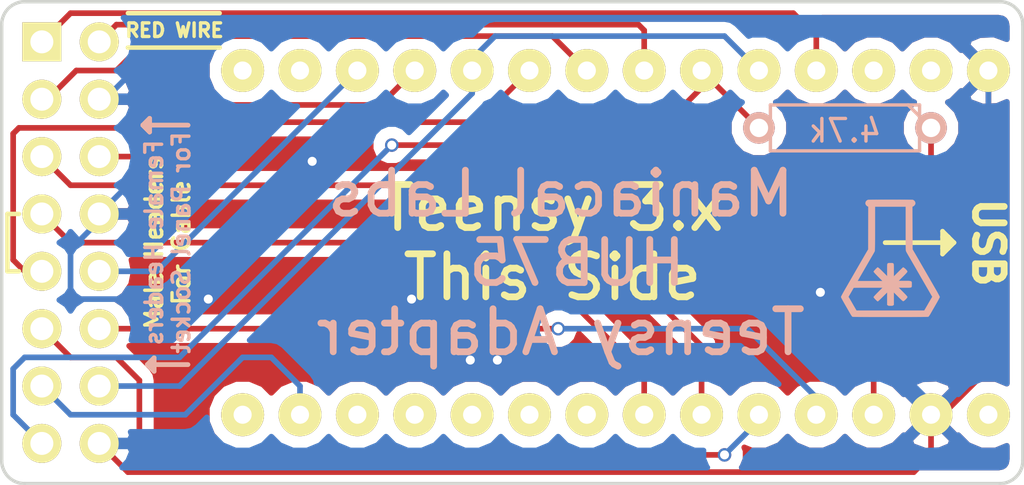
<source format=kicad_pcb>
(kicad_pcb (version 4) (host pcbnew 4.0.2-stable)

  (general
    (links 20)
    (no_connects 0)
    (area 47.676999 40.056999 93.039001 61.543001)
    (thickness 1.6)
    (drawings 55)
    (tracks 121)
    (zones 0)
    (modules 4)
    (nets 27)
  )

  (page A4)
  (layers
    (0 F.Cu signal)
    (31 B.Cu signal)
    (32 B.Adhes user)
    (33 F.Adhes user)
    (34 B.Paste user)
    (35 F.Paste user)
    (36 B.SilkS user hide)
    (37 F.SilkS user hide)
    (38 B.Mask user)
    (39 F.Mask user)
    (40 Dwgs.User user)
    (41 Cmts.User user)
    (42 Eco1.User user)
    (43 Eco2.User user)
    (44 Edge.Cuts user)
    (45 Margin user)
    (46 B.CrtYd user)
    (47 F.CrtYd user)
    (48 B.Fab user)
    (49 F.Fab user)
  )

  (setup
    (last_trace_width 0.25)
    (trace_clearance 0.2)
    (zone_clearance 0.508)
    (zone_45_only no)
    (trace_min 0.2)
    (segment_width 0.2)
    (edge_width 0.15)
    (via_size 0.6)
    (via_drill 0.4)
    (via_min_size 0.4)
    (via_min_drill 0.3)
    (uvia_size 0.3)
    (uvia_drill 0.1)
    (uvias_allowed no)
    (uvia_min_size 0.2)
    (uvia_min_drill 0.1)
    (pcb_text_width 0.3)
    (pcb_text_size 1.5 1.5)
    (mod_edge_width 0.15)
    (mod_text_size 1 1)
    (mod_text_width 0.15)
    (pad_size 1.524 1.524)
    (pad_drill 0.762)
    (pad_to_mask_clearance 0.2)
    (aux_axis_origin 0 0)
    (visible_elements 7FFFFF7F)
    (pcbplotparams
      (layerselection 0x00030_80000001)
      (usegerberextensions false)
      (excludeedgelayer true)
      (linewidth 0.100000)
      (plotframeref false)
      (viasonmask false)
      (mode 1)
      (useauxorigin false)
      (hpglpennumber 1)
      (hpglpenspeed 20)
      (hpglpendiameter 15)
      (hpglpenoverlay 2)
      (psnegative false)
      (psa4output false)
      (plotreference true)
      (plotvalue true)
      (plotinvisibletext false)
      (padsonsilk false)
      (subtractmaskfromsilk false)
      (outputformat 1)
      (mirror false)
      (drillshape 1)
      (scaleselection 1)
      (outputdirectory ""))
  )

  (net 0 "")
  (net 1 R1)
  (net 2 G1)
  (net 3 B1)
  (net 4 GND)
  (net 5 R2)
  (net 6 G2)
  (net 7 B2)
  (net 8 ADX0)
  (net 9 ADX1)
  (net 10 ADX2)
  (net 11 ADX3)
  (net 12 CLK)
  (net 13 LATCH)
  (net 14 OE)
  (net 15 "Net-(U1-Pad0)")
  (net 16 "Net-(U1-Pad1)")
  (net 17 "Net-(U1-Pad11)")
  (net 18 "Net-(U1-Pad12)")
  (net 19 "Net-(U1-Pad15)")
  (net 20 "Net-(U1-Pad16)")
  (net 21 "Net-(U1-Pad17)")
  (net 22 "Net-(U1-Pad18)")
  (net 23 "Net-(U1-Pad19)")
  (net 24 "Net-(U1-Pad26)")
  (net 25 "Net-(R1-Pad1)")
  (net 26 "Net-(U1-Pad13)")

  (net_class Default "This is the default net class."
    (clearance 0.2)
    (trace_width 0.25)
    (via_dia 0.6)
    (via_drill 0.4)
    (uvia_dia 0.3)
    (uvia_drill 0.1)
    (add_net ADX0)
    (add_net ADX1)
    (add_net ADX2)
    (add_net ADX3)
    (add_net B1)
    (add_net B2)
    (add_net CLK)
    (add_net G1)
    (add_net G2)
    (add_net GND)
    (add_net LATCH)
    (add_net "Net-(R1-Pad1)")
    (add_net "Net-(U1-Pad0)")
    (add_net "Net-(U1-Pad1)")
    (add_net "Net-(U1-Pad11)")
    (add_net "Net-(U1-Pad12)")
    (add_net "Net-(U1-Pad13)")
    (add_net "Net-(U1-Pad15)")
    (add_net "Net-(U1-Pad16)")
    (add_net "Net-(U1-Pad17)")
    (add_net "Net-(U1-Pad18)")
    (add_net "Net-(U1-Pad19)")
    (add_net "Net-(U1-Pad26)")
    (add_net OE)
    (add_net R1)
    (add_net R2)
  )

  (module Teensy:HUB75 (layer F.Cu) (tedit 57899CEA) (tstamp 57892EE4)
    (at 50.8 50.8)
    (descr "Through hole pin header")
    (tags "pin header")
    (path /57892A44)
    (fp_text reference J1 (at -9.6 0.8) (layer F.SilkS) hide
      (effects (font (size 1 1) (thickness 0.15)))
    )
    (fp_text value CONN_02X08 (at -8.4 3) (layer F.Fab) hide
      (effects (font (size 1 1) (thickness 0.15)))
    )
    (pad 1 thru_hole rect (at -1.27 -8.89) (size 1.7272 1.7272) (drill 1.016) (layers *.Cu *.Mask F.SilkS)
      (net 1 R1))
    (pad 2 thru_hole oval (at 1.27 -8.89) (size 1.7272 1.7272) (drill 1.016) (layers *.Cu *.Mask F.SilkS)
      (net 2 G1))
    (pad 3 thru_hole oval (at -1.27 -6.35) (size 1.7272 1.7272) (drill 1.016) (layers *.Cu *.Mask F.SilkS)
      (net 3 B1))
    (pad 4 thru_hole oval (at 1.27 -6.35) (size 1.7272 1.7272) (drill 1.016) (layers *.Cu *.Mask F.SilkS)
      (net 4 GND))
    (pad 5 thru_hole oval (at -1.27 -3.81) (size 1.7272 1.7272) (drill 1.016) (layers *.Cu *.Mask F.SilkS)
      (net 5 R2))
    (pad 6 thru_hole oval (at 1.27 -3.81) (size 1.7272 1.7272) (drill 1.016) (layers *.Cu *.Mask F.SilkS)
      (net 6 G2))
    (pad 7 thru_hole oval (at -1.27 -1.27) (size 1.7272 1.7272) (drill 1.016) (layers *.Cu *.Mask F.SilkS)
      (net 7 B2))
    (pad 8 thru_hole oval (at 1.27 -1.27) (size 1.7272 1.7272) (drill 1.016) (layers *.Cu *.Mask F.SilkS)
      (net 4 GND))
    (pad 9 thru_hole oval (at -1.27 1.27) (size 1.7272 1.7272) (drill 1.016) (layers *.Cu *.Mask F.SilkS)
      (net 8 ADX0))
    (pad 10 thru_hole oval (at 1.27 1.27) (size 1.7272 1.7272) (drill 1.016) (layers *.Cu *.Mask F.SilkS)
      (net 9 ADX1))
    (pad 11 thru_hole oval (at -1.27 3.81) (size 1.7272 1.7272) (drill 1.016) (layers *.Cu *.Mask F.SilkS)
      (net 10 ADX2))
    (pad 12 thru_hole oval (at 1.27 3.81) (size 1.7272 1.7272) (drill 1.016) (layers *.Cu *.Mask F.SilkS)
      (net 11 ADX3))
    (pad 13 thru_hole oval (at -1.27 6.35) (size 1.7272 1.7272) (drill 1.016) (layers *.Cu *.Mask F.SilkS)
      (net 12 CLK))
    (pad 14 thru_hole oval (at 1.27 6.35) (size 1.7272 1.7272) (drill 1.016) (layers *.Cu *.Mask F.SilkS)
      (net 13 LATCH))
    (pad 15 thru_hole oval (at -1.27 8.89) (size 1.7272 1.7272) (drill 1.016) (layers *.Cu *.Mask F.SilkS)
      (net 14 OE))
    (pad 16 thru_hole oval (at 1.27 8.89) (size 1.7272 1.7272) (drill 1.016) (layers *.Cu *.Mask F.SilkS)
      (net 4 GND))
  )

  (module Teensy:Teensy-3.1_NoSilk (layer F.Cu) (tedit 5789A77B) (tstamp 57892F04)
    (at 88.9 43.18 180)
    (path /57892986)
    (fp_text reference U1 (at -5.08 -7.62 270) (layer F.SilkS) hide
      (effects (font (size 1.5 1.5) (thickness 0.15)))
    )
    (fp_text value Teensy_3.1 (at 5.08 -10.16 180) (layer F.Fab) hide
      (effects (font (size 1.5 1.5) (thickness 0.15)))
    )
    (pad 0 thru_hole circle (at 0 0 180) (size 1.9 1.9) (drill 0.8) (layers *.Cu *.Mask F.SilkS)
      (net 15 "Net-(U1-Pad0)"))
    (pad 1 thru_hole circle (at 2.54 0 180) (size 1.9 1.9) (drill 0.8) (layers *.Cu *.Mask F.SilkS)
      (net 16 "Net-(U1-Pad1)"))
    (pad 2 thru_hole circle (at 5.08 0 180) (size 1.9 1.9) (drill 0.8) (layers *.Cu *.Mask F.SilkS)
      (net 1 R1))
    (pad 3 thru_hole circle (at 7.62 0 180) (size 1.9 1.9) (drill 0.8) (layers *.Cu *.Mask F.SilkS)
      (net 13 LATCH))
    (pad 4 thru_hole circle (at 10.16 0 180) (size 1.9 1.9) (drill 0.8) (layers *.Cu *.Mask F.SilkS)
      (net 14 OE))
    (pad 5 thru_hole circle (at 12.7 0 180) (size 1.9 1.9) (drill 0.8) (layers *.Cu *.Mask F.SilkS)
      (net 2 G1))
    (pad 6 thru_hole circle (at 15.24 0 180) (size 1.9 1.9) (drill 0.8) (layers *.Cu *.Mask F.SilkS)
      (net 3 B1))
    (pad 7 thru_hole circle (at 17.78 0 180) (size 1.9 1.9) (drill 0.8) (layers *.Cu *.Mask F.SilkS)
      (net 6 G2))
    (pad 8 thru_hole circle (at 20.32 0 180) (size 1.9 1.9) (drill 0.8) (layers *.Cu *.Mask F.SilkS)
      (net 13 LATCH))
    (pad 9 thru_hole circle (at 22.86 0 180) (size 1.9 1.9) (drill 0.8) (layers *.Cu *.Mask F.SilkS)
      (net 8 ADX0))
    (pad 10 thru_hole circle (at 25.4 0 180) (size 1.9 1.9) (drill 0.8) (layers *.Cu *.Mask F.SilkS)
      (net 9 ADX1))
    (pad 11 thru_hole circle (at 27.94 0 180) (size 1.9 1.9) (drill 0.8) (layers *.Cu *.Mask F.SilkS)
      (net 17 "Net-(U1-Pad11)"))
    (pad 12 thru_hole circle (at 30.48 0 180) (size 1.9 1.9) (drill 0.8) (layers *.Cu *.Mask F.SilkS)
      (net 18 "Net-(U1-Pad12)"))
    (pad 13 thru_hole circle (at 30.48 -15.24 180) (size 1.9 1.9) (drill 0.8) (layers *.Cu *.Mask F.SilkS)
      (net 26 "Net-(U1-Pad13)"))
    (pad 14 thru_hole circle (at 27.94 -15.24 180) (size 1.9 1.9) (drill 0.8) (layers *.Cu *.Mask F.SilkS)
      (net 12 CLK))
    (pad 15 thru_hole circle (at 25.4 -15.24 180) (size 1.9 1.9) (drill 0.8) (layers *.Cu *.Mask F.SilkS)
      (net 19 "Net-(U1-Pad15)"))
    (pad 16 thru_hole circle (at 22.86 -15.24 180) (size 1.9 1.9) (drill 0.8) (layers *.Cu *.Mask F.SilkS)
      (net 20 "Net-(U1-Pad16)"))
    (pad 17 thru_hole circle (at 20.32 -15.24 180) (size 1.9 1.9) (drill 0.8) (layers *.Cu *.Mask F.SilkS)
      (net 21 "Net-(U1-Pad17)"))
    (pad 18 thru_hole circle (at 17.78 -15.24 180) (size 1.9 1.9) (drill 0.8) (layers *.Cu *.Mask F.SilkS)
      (net 22 "Net-(U1-Pad18)"))
    (pad 19 thru_hole circle (at 15.24 -15.24 180) (size 1.9 1.9) (drill 0.8) (layers *.Cu *.Mask F.SilkS)
      (net 23 "Net-(U1-Pad19)"))
    (pad 20 thru_hole circle (at 12.7 -15.24 180) (size 1.9 1.9) (drill 0.8) (layers *.Cu *.Mask F.SilkS)
      (net 7 B2))
    (pad 21 thru_hole circle (at 10.16 -15.24 180) (size 1.9 1.9) (drill 0.8) (layers *.Cu *.Mask F.SilkS)
      (net 5 R2))
    (pad 22 thru_hole circle (at 7.62 -15.24 180) (size 1.9 1.9) (drill 0.8) (layers *.Cu *.Mask F.SilkS)
      (net 10 ADX2))
    (pad 23 thru_hole circle (at 5.08 -15.24 180) (size 1.9 1.9) (drill 0.8) (layers *.Cu *.Mask F.SilkS)
      (net 11 ADX3))
    (pad 24 thru_hole circle (at 2.54 -15.24 180) (size 1.9 1.9) (drill 0.8) (layers *.Cu *.Mask F.SilkS)
      (net 25 "Net-(R1-Pad1)"))
    (pad 25 thru_hole circle (at 0 -15.24 180) (size 1.9 1.9) (drill 0.8) (layers *.Cu *.Mask F.SilkS)
      (net 4 GND))
    (pad 26 thru_hole circle (at -2.54 -15.24 180) (size 1.9 1.9) (drill 0.8) (layers *.Cu *.Mask F.SilkS)
      (net 24 "Net-(U1-Pad26)"))
    (pad 27 thru_hole circle (at -2.54 0 180) (size 1.9 1.9) (drill 0.8) (layers *.Cu *.Mask F.SilkS)
      (net 4 GND))
  )

  (module Logo:logo (layer B.Cu) (tedit 0) (tstamp 578E8E30)
    (at 87.1 51.5 180)
    (fp_text reference G*** (at 0 0 180) (layer B.SilkS) hide
      (effects (font (thickness 0.3)) (justify mirror))
    )
    (fp_text value LOGO (at 0.75 0 180) (layer B.SilkS) hide
      (effects (font (thickness 0.3)) (justify mirror))
    )
    (fp_poly (pts (xy 0.149705 2.601352) (xy 0.272077 2.601075) (xy 0.390656 2.600637) (xy 0.50372 2.600035)
      (xy 0.609547 2.59927) (xy 0.706414 2.598343) (xy 0.792599 2.597253) (xy 0.866379 2.596001)
      (xy 0.926033 2.594586) (xy 0.969838 2.593008) (xy 0.996071 2.591268) (xy 1.002638 2.590154)
      (xy 1.0474 2.563678) (xy 1.081137 2.524749) (xy 1.100947 2.478227) (xy 1.103928 2.428971)
      (xy 1.102865 2.422281) (xy 1.087518 2.383855) (xy 1.059188 2.345983) (xy 1.024038 2.316027)
      (xy 1.005733 2.306276) (xy 0.975053 2.293568) (xy 0.977746 1.347444) (xy 0.98044 0.40132)
      (xy 1.040393 0.29972) (xy 1.06627 0.255637) (xy 1.09901 0.199515) (xy 1.135367 0.13694)
      (xy 1.172091 0.0735) (xy 1.193977 0.03556) (xy 1.229458 -0.026003) (xy 1.27159 -0.099046)
      (xy 1.316848 -0.177463) (xy 1.361706 -0.255145) (xy 1.402141 -0.32512) (xy 1.441701 -0.393591)
      (xy 1.488054 -0.473892) (xy 1.537866 -0.560237) (xy 1.587797 -0.646841) (xy 1.634513 -0.727919)
      (xy 1.651213 -0.75692) (xy 1.689045 -0.822576) (xy 1.734734 -0.901781) (xy 1.785951 -0.990501)
      (xy 1.840364 -1.084701) (xy 1.895645 -1.180347) (xy 1.949463 -1.273407) (xy 1.985076 -1.334949)
      (xy 2.03711 -1.425538) (xy 2.082369 -1.505754) (xy 2.120186 -1.574355) (xy 2.149894 -1.630098)
      (xy 2.170826 -1.671739) (xy 2.182312 -1.698035) (xy 2.1844 -1.706191) (xy 2.179255 -1.722399)
      (xy 2.164322 -1.754564) (xy 2.140354 -1.801271) (xy 2.108103 -1.861103) (xy 2.068322 -1.932647)
      (xy 2.021762 -2.014485) (xy 2.005586 -2.042561) (xy 1.960934 -2.119898) (xy 1.916946 -2.196187)
      (xy 1.875308 -2.268496) (xy 1.837706 -2.333894) (xy 1.805827 -2.38945) (xy 1.781356 -2.432231)
      (xy 1.770337 -2.451597) (xy 1.745076 -2.493998) (xy 1.720589 -2.531346) (xy 1.700036 -2.559022)
      (xy 1.6887 -2.570977) (xy 1.685101 -2.573541) (xy 1.680508 -2.575875) (xy 1.673992 -2.577988)
      (xy 1.66462 -2.579892) (xy 1.651462 -2.581597) (xy 1.633588 -2.583115) (xy 1.610067 -2.584455)
      (xy 1.579968 -2.585631) (xy 1.542361 -2.586651) (xy 1.496315 -2.587528) (xy 1.440899 -2.588271)
      (xy 1.375183 -2.588893) (xy 1.298236 -2.589403) (xy 1.209127 -2.589813) (xy 1.106926 -2.590134)
      (xy 0.990701 -2.590377) (xy 0.859524 -2.590552) (xy 0.712461 -2.590671) (xy 0.548584 -2.590744)
      (xy 0.366961 -2.590783) (xy 0.166661 -2.590797) (xy 0 -2.5908) (xy -0.215237 -2.590795)
      (xy -0.411085 -2.590776) (xy -0.588473 -2.59073) (xy -0.748334 -2.590648) (xy -0.891598 -2.590517)
      (xy -1.019194 -2.590327) (xy -1.132055 -2.590067) (xy -1.23111 -2.589726) (xy -1.317291 -2.589293)
      (xy -1.391528 -2.588758) (xy -1.454751 -2.588109) (xy -1.507892 -2.587335) (xy -1.551881 -2.586426)
      (xy -1.587648 -2.58537) (xy -1.616125 -2.584157) (xy -1.638242 -2.582776) (xy -1.654929 -2.581215)
      (xy -1.667118 -2.579465) (xy -1.675738 -2.577513) (xy -1.681722 -2.575349) (xy -1.685999 -2.572963)
      (xy -1.688701 -2.570977) (xy -1.703945 -2.554146) (xy -1.725605 -2.524013) (xy -1.750523 -2.485195)
      (xy -1.770338 -2.451597) (xy -1.789166 -2.418559) (xy -1.816484 -2.370864) (xy -1.850607 -2.311446)
      (xy -1.889849 -2.243235) (xy -1.932522 -2.169163) (xy -1.976942 -2.092162) (xy -2.005587 -2.042561)
      (xy -2.054153 -1.957733) (xy -2.096181 -1.882748) (xy -2.130919 -1.819022) (xy -2.157614 -1.767969)
      (xy -2.175514 -1.731005) (xy -2.183867 -1.709547) (xy -2.1844 -1.706191) (xy -2.182154 -1.69925)
      (xy -1.857894 -1.69925) (xy -1.834428 -1.736085) (xy -1.822008 -1.756434) (xy -1.801538 -1.79094)
      (xy -1.77506 -1.836121) (xy -1.744612 -1.888496) (xy -1.712236 -1.944583) (xy -1.711628 -1.94564)
      (xy -1.676238 -2.007119) (xy -1.639951 -2.070059) (xy -1.605647 -2.12947) (xy -1.576207 -2.180361)
      (xy -1.557656 -2.21234) (xy -1.503016 -2.30632) (xy 1.503015 -2.30632) (xy 1.557655 -2.21234)
      (xy 1.580925 -2.172212) (xy 1.611433 -2.119453) (xy 1.646298 -2.059056) (xy 1.682636 -1.996011)
      (xy 1.711627 -1.94564) (xy 1.744026 -1.889508) (xy 1.774539 -1.837015) (xy 1.801125 -1.791645)
      (xy 1.821742 -1.756882) (xy 1.834349 -1.73621) (xy 1.834492 -1.735986) (xy 1.858024 -1.699052)
      (xy 1.748073 -1.51017) (xy 1.715263 -1.453571) (xy 1.685797 -1.402288) (xy 1.661269 -1.359135)
      (xy 1.643274 -1.326923) (xy 1.633406 -1.308465) (xy 1.632179 -1.305804) (xy 1.629143 -1.302638)
      (xy 1.621685 -1.299928) (xy 1.608365 -1.297639) (xy 1.587739 -1.295737) (xy 1.558365 -1.294188)
      (xy 1.518801 -1.292957) (xy 1.467604 -1.292009) (xy 1.403332 -1.29131) (xy 1.324543 -1.290827)
      (xy 1.229794 -1.290523) (xy 1.117644 -1.290366) (xy 0.986649 -1.29032) (xy 0.983394 -1.29032)
      (xy 0.34055 -1.290319) (xy 0.541115 -1.491072) (xy 0.609007 -1.559809) (xy 0.66329 -1.61646)
      (xy 0.70363 -1.660657) (xy 0.729691 -1.692028) (xy 0.741138 -1.710204) (xy 0.74168 -1.71279)
      (xy 0.734652 -1.727547) (xy 0.715945 -1.752027) (xy 0.689116 -1.782602) (xy 0.657726 -1.815644)
      (xy 0.625336 -1.847523) (xy 0.595504 -1.874613) (xy 0.571791 -1.893284) (xy 0.55808 -1.89992)
      (xy 0.547658 -1.893004) (xy 0.524908 -1.873482) (xy 0.491797 -1.843189) (xy 0.45029 -1.80396)
      (xy 0.402355 -1.757631) (xy 0.349957 -1.706037) (xy 0.343479 -1.699594) (xy 0.14224 -1.499269)
      (xy 0.14224 -2.050845) (xy 0.115469 -2.071902) (xy 0.099322 -2.082216) (xy 0.079499 -2.088563)
      (xy 0.05089 -2.091834) (xy 0.008383 -2.092924) (xy -0.00508 -2.09296) (xy -0.051881 -2.092278)
      (xy -0.083501 -2.089639) (xy -0.10505 -2.084149) (xy -0.12164 -2.074915) (xy -0.12563 -2.071902)
      (xy -0.152401 -2.050845) (xy -0.152401 -1.498795) (xy -0.348076 -1.694277) (xy -0.410913 -1.756582)
      (xy -0.461215 -1.805319) (xy -0.500371 -1.841719) (xy -0.529772 -1.867011) (xy -0.550806 -1.882427)
      (xy -0.564864 -1.889197) (xy -0.568831 -1.88976) (xy -0.58865 -1.882342) (xy -0.616947 -1.862649)
      (xy -0.649863 -1.834514) (xy -0.683543 -1.801776) (xy -0.71413 -1.768271) (xy -0.737767 -1.737834)
      (xy -0.750598 -1.714303) (xy -0.75184 -1.707711) (xy -0.748131 -1.695998) (xy -0.736192 -1.677753)
      (xy -0.714807 -1.651597) (xy -0.682759 -1.616153) (xy -0.638833 -1.570043) (xy -0.581811 -1.511889)
      (xy -0.556309 -1.486197) (xy -0.360778 -1.289729) (xy -0.633561 -1.290647) (xy -0.716039 -1.290814)
      (xy -0.780597 -1.290603) (xy -0.829635 -1.289878) (xy -0.86555 -1.288505) (xy -0.890742 -1.286346)
      (xy -0.907609 -1.283268) (xy -0.91855 -1.279132) (xy -0.925612 -1.274128) (xy -0.934325 -1.263692)
      (xy -0.939979 -1.248549) (xy -0.943203 -1.22457) (xy -0.944622 -1.187625) (xy -0.94488 -1.147242)
      (xy -0.945025 -1.104986) (xy -0.944066 -1.071396) (xy -0.939919 -1.045481) (xy -0.930498 -1.02625)
      (xy -0.913716 -1.01271) (xy -0.887487 -1.00387) (xy -0.849726 -0.998738) (xy -0.798347 -0.996322)
      (xy -0.731262 -0.99563) (xy -0.646388 -0.995671) (xy -0.626108 -0.99568) (xy -0.360876 -0.99568)
      (xy -0.556358 -0.800004) (xy -0.62048 -0.735251) (xy -0.67068 -0.683217) (xy -0.707937 -0.642806)
      (xy -0.73323 -0.612918) (xy -0.747535 -0.592458) (xy -0.75184 -0.580685) (xy -0.744219 -0.559573)
      (xy -0.72395 -0.530447) (xy -0.694925 -0.497099) (xy -0.661036 -0.463317) (xy -0.626177 -0.432892)
      (xy -0.594238 -0.409615) (xy -0.569113 -0.397275) (xy -0.562424 -0.39624) (xy -0.55354 -0.403133)
      (xy -0.532218 -0.422596) (xy -0.500363 -0.452801) (xy -0.459879 -0.491922) (xy -0.412669 -0.538132)
      (xy -0.360637 -0.589604) (xy -0.35364 -0.596565) (xy -0.152401 -0.79689) (xy -0.1524 -0.52356)
      (xy -0.152477 -0.434426) (xy -0.152076 -0.363528) (xy -0.150249 -0.308783) (xy -0.14605 -0.268113)
      (xy -0.13853 -0.239437) (xy -0.126743 -0.220676) (xy -0.109742 -0.209748) (xy -0.086579 -0.204575)
      (xy -0.056307 -0.203076) (xy -0.017978 -0.20317) (xy -0.006504 -0.2032) (xy 0.035206 -0.203024)
      (xy 0.068309 -0.203896) (xy 0.093798 -0.207912) (xy 0.112662 -0.217172) (xy 0.125894 -0.233772)
      (xy 0.134484 -0.259811) (xy 0.139423 -0.297387) (xy 0.141702 -0.348596) (xy 0.142313 -0.415538)
      (xy 0.142247 -0.500309) (xy 0.14224 -0.518031) (xy 0.14224 -0.788681) (xy 0.32258 -0.606911)
      (xy 0.387899 -0.541657) (xy 0.440855 -0.490159) (xy 0.482835 -0.451209) (xy 0.515225 -0.423601)
      (xy 0.539411 -0.406128) (xy 0.556781 -0.397583) (xy 0.564616 -0.39624) (xy 0.577268 -0.403414)
      (xy 0.599532 -0.422504) (xy 0.627956 -0.449862) (xy 0.659088 -0.48184) (xy 0.689476 -0.51479)
      (xy 0.715669 -0.545064) (xy 0.734214 -0.569013) (xy 0.74166 -0.58299) (xy 0.74168 -0.583369)
      (xy 0.734215 -0.597972) (xy 0.712053 -0.625849) (xy 0.675542 -0.666615) (xy 0.625028 -0.719887)
      (xy 0.560858 -0.78528) (xy 0.543652 -0.802547) (xy 0.345625 -1.00076) (xy 0.899252 -1.00076)
      (xy 1.003193 -1.000729) (xy 1.100776 -1.000641) (xy 1.190157 -1.000502) (xy 1.269495 -1.000318)
      (xy 1.336947 -1.000093) (xy 1.39067 -0.999834) (xy 1.428821 -0.999546) (xy 1.449557 -0.999235)
      (xy 1.45288 -0.999048) (xy 1.447979 -0.990179) (xy 1.434033 -0.965694) (xy 1.412174 -0.927563)
      (xy 1.383537 -0.877758) (xy 1.349253 -0.818248) (xy 1.310455 -0.751006) (xy 1.268861 -0.679008)
      (xy 1.222146 -0.59819) (xy 1.174818 -0.516299) (xy 1.128792 -0.436646) (xy 1.085981 -0.362546)
      (xy 1.0483 -0.297312) (xy 1.017662 -0.244255) (xy 1.002761 -0.21844) (xy 0.969884 -0.161589)
      (xy 0.930341 -0.093404) (xy 0.887736 -0.020085) (xy 0.845669 0.052168) (xy 0.815609 0.103692)
      (xy 0.782699 0.160527) (xy 0.752489 0.213617) (xy 0.726821 0.259651) (xy 0.707536 0.295322)
      (xy 0.696477 0.317319) (xy 0.695628 0.319266) (xy 0.693092 0.327611) (xy 0.690853 0.34056)
      (xy 0.688892 0.359301) (xy 0.687194 0.385024) (xy 0.685739 0.418918) (xy 0.684511 0.462172)
      (xy 0.683491 0.515974) (xy 0.682663 0.581513) (xy 0.682008 0.659979) (xy 0.681509 0.752561)
      (xy 0.681149 0.860447) (xy 0.680909 0.984827) (xy 0.680772 1.12689) (xy 0.680721 1.287824)
      (xy 0.68072 1.325554) (xy 0.68072 2.29616) (xy -0.68072 2.29616) (xy -0.68072 1.325554)
      (xy -0.680755 1.160346) (xy -0.680872 1.014268) (xy -0.681088 0.886132) (xy -0.68142 0.774749)
      (xy -0.681888 0.67893) (xy -0.682507 0.597486) (xy -0.683296 0.529228) (xy -0.684272 0.472967)
      (xy -0.685453 0.427514) (xy -0.686857 0.39168) (xy -0.688501 0.364276) (xy -0.690403 0.344113)
      (xy -0.69258 0.330002) (xy -0.69505 0.320754) (xy -0.695629 0.319266) (xy -0.705271 0.299647)
      (xy -0.723419 0.26585) (xy -0.748231 0.221184) (xy -0.777867 0.168957) (xy -0.810484 0.11248)
      (xy -0.81561 0.103692) (xy -0.839104 0.063457) (xy -0.860725 0.026396) (xy -0.881487 -0.009244)
      (xy -0.902404 -0.045214) (xy -0.924488 -0.083268) (xy -0.948754 -0.125157) (xy -0.976215 -0.172633)
      (xy -1.007885 -0.227447) (xy -1.044777 -0.291354) (xy -1.087904 -0.366103) (xy -1.138281 -0.453447)
      (xy -1.19692 -0.55514) (xy -1.254681 -0.65532) (xy -1.302182 -0.737676) (xy -1.352582 -0.825009)
      (xy -1.403372 -0.912974) (xy -1.452044 -0.997227) (xy -1.49609 -1.073426) (xy -1.533 -1.137227)
      (xy -1.539283 -1.14808) (xy -1.581205 -1.220499) (xy -1.62781 -1.301053) (xy -1.675326 -1.383214)
      (xy -1.719975 -1.460454) (xy -1.755951 -1.522725) (xy -1.857894 -1.69925) (xy -2.182154 -1.69925)
      (xy -2.179244 -1.690263) (xy -2.164221 -1.658202) (xy -2.139998 -1.611252) (xy -2.107242 -1.550655)
      (xy -2.066621 -1.477655) (xy -2.018803 -1.393495) (xy -1.985077 -1.334949) (xy -1.933674 -1.246109)
      (xy -1.879174 -1.151854) (xy -1.823908 -1.056217) (xy -1.770206 -0.963232) (xy -1.720398 -0.876933)
      (xy -1.676812 -0.801354) (xy -1.651214 -0.75692) (xy -1.606668 -0.679584) (xy -1.557599 -0.594456)
      (xy -1.507343 -0.50732) (xy -1.459237 -0.423962) (xy -1.416618 -0.350167) (xy -1.402142 -0.32512)
      (xy -1.361133 -0.25415) (xy -1.316246 -0.176419) (xy -1.271006 -0.098033) (xy -1.228939 -0.025101)
      (xy -1.193978 0.03556) (xy -1.158693 0.096674) (xy -1.121727 0.160446) (xy -1.086327 0.221288)
      (xy -1.055743 0.273615) (xy -1.040394 0.29972) (xy -0.98044 0.40132) (xy -0.977698 1.347424)
      (xy -0.974955 2.293527) (xy -1.005685 2.306256) (xy -1.04197 2.329467) (xy -1.074517 2.364288)
      (xy -1.097164 2.403366) (xy -1.102866 2.422281) (xy -1.102416 2.471533) (xy -1.084739 2.518717)
      (xy -1.052739 2.558973) (xy -1.009315 2.587442) (xy -1.002639 2.590154) (xy -0.987689 2.591991)
      (xy -0.954142 2.593666) (xy -0.90372 2.595178) (xy -0.838145 2.596527) (xy -0.759141 2.597714)
      (xy -0.668428 2.598738) (xy -0.56773 2.599599) (xy -0.458769 2.600298) (xy -0.343267 2.600834)
      (xy -0.222946 2.601207) (xy -0.099529 2.601418) (xy 0.025262 2.601466) (xy 0.149705 2.601352)) (layer B.SilkS) (width 0.01))
  )

  (module Discret:R3 (layer B.Cu) (tedit 57A5CA28) (tstamp 57A5C68C)
    (at 85.09 45.72 180)
    (descr "Resitance 3 pas")
    (tags R)
    (path /57A5C44C)
    (fp_text reference R1 (at 0 -0.127 180) (layer B.SilkS) hide
      (effects (font (size 1 1) (thickness 0.15)) (justify mirror))
    )
    (fp_text value 4.7k (at 0 -0.127 180) (layer B.SilkS)
      (effects (font (size 1 1) (thickness 0.15)) (justify mirror))
    )
    (fp_line (start -3.81 0) (end -3.302 0) (layer B.SilkS) (width 0.15))
    (fp_line (start 3.81 0) (end 3.302 0) (layer B.SilkS) (width 0.15))
    (fp_line (start 3.302 0) (end 3.302 1.016) (layer B.SilkS) (width 0.15))
    (fp_line (start 3.302 1.016) (end -3.302 1.016) (layer B.SilkS) (width 0.15))
    (fp_line (start -3.302 1.016) (end -3.302 -1.016) (layer B.SilkS) (width 0.15))
    (fp_line (start -3.302 -1.016) (end 3.302 -1.016) (layer B.SilkS) (width 0.15))
    (fp_line (start 3.302 -1.016) (end 3.302 0) (layer B.SilkS) (width 0.15))
    (fp_line (start -3.302 0.508) (end -2.794 1.016) (layer B.SilkS) (width 0.15))
    (pad 1 thru_hole circle (at -3.81 0 180) (size 1.397 1.397) (drill 0.8128) (layers *.Cu *.Mask B.SilkS)
      (net 25 "Net-(R1-Pad1)"))
    (pad 2 thru_hole circle (at 3.81 0 180) (size 1.397 1.397) (drill 0.8128) (layers *.Cu *.Mask B.SilkS)
      (net 14 OE))
  )

  (gr_line (start 54.5 55.9) (end 54.5 56.5) (angle 90) (layer F.SilkS) (width 0.2))
  (gr_line (start 54.2 56.2) (end 54.5 55.9) (angle 90) (layer F.SilkS) (width 0.2))
  (gr_line (start 56 56.2) (end 54.2 56.2) (angle 90) (layer F.SilkS) (width 0.2))
  (gr_line (start 54.3 45.9) (end 54 45.6) (angle 90) (layer F.SilkS) (width 0.2))
  (gr_line (start 54.3 45.3) (end 54.3 45.9) (angle 90) (layer F.SilkS) (width 0.2))
  (gr_line (start 54 45.6) (end 54.3 45.3) (angle 90) (layer F.SilkS) (width 0.2))
  (gr_line (start 56 45.6) (end 54 45.6) (angle 90) (layer F.SilkS) (width 0.2))
  (gr_line (start 54.5 56.5) (end 54.2 56.2) (angle 90) (layer B.SilkS) (width 0.2))
  (gr_line (start 54.5 55.9) (end 54.5 56.5) (angle 90) (layer B.SilkS) (width 0.2))
  (gr_line (start 54.2 56.2) (end 54.5 55.9) (angle 90) (layer B.SilkS) (width 0.2))
  (gr_line (start 56 56.2) (end 54.2 56.2) (angle 90) (layer B.SilkS) (width 0.2))
  (gr_line (start 56 45.6) (end 54 45.6) (angle 90) (layer B.SilkS) (width 0.2) (tstamp 57A5E885))
  (gr_line (start 54 45.6) (end 54.3 45.9) (angle 90) (layer B.SilkS) (width 0.2) (tstamp 57A5E884))
  (gr_line (start 54.3 45.9) (end 54.3 45.3) (angle 90) (layer B.SilkS) (width 0.2) (tstamp 57A5E883))
  (gr_line (start 54.3 45.3) (end 54 45.6) (angle 90) (layer B.SilkS) (width 0.2) (tstamp 57A5E882))
  (gr_line (start 54.3 45.3) (end 54 45.6) (angle 90) (layer B.SilkS) (width 0.2) (tstamp 57A5E881))
  (gr_line (start 54.3 45.9) (end 54.3 45.3) (angle 90) (layer B.SilkS) (width 0.2) (tstamp 57A5E880))
  (gr_line (start 54 45.6) (end 54.3 45.9) (angle 90) (layer B.SilkS) (width 0.2) (tstamp 57A5E87F))
  (gr_line (start 56 45.6) (end 54 45.6) (angle 90) (layer B.SilkS) (width 0.2) (tstamp 57A5E87E))
  (gr_line (start 56 45.6) (end 54 45.6) (angle 90) (layer B.SilkS) (width 0.2) (tstamp 57A5E878))
  (gr_line (start 54 45.6) (end 54.3 45.9) (angle 90) (layer B.SilkS) (width 0.2) (tstamp 57A5E877))
  (gr_line (start 54.3 45.9) (end 54.3 45.3) (angle 90) (layer B.SilkS) (width 0.2) (tstamp 57A5E876))
  (gr_line (start 54.3 45.3) (end 54 45.6) (angle 90) (layer B.SilkS) (width 0.2) (tstamp 57A5E875))
  (gr_line (start 54.3 45.3) (end 54 45.6) (angle 90) (layer B.SilkS) (width 0.2))
  (gr_line (start 54.3 45.9) (end 54.3 45.3) (angle 90) (layer B.SilkS) (width 0.2))
  (gr_line (start 54 45.6) (end 54.3 45.9) (angle 90) (layer B.SilkS) (width 0.2))
  (gr_line (start 56 45.6) (end 54 45.6) (angle 90) (layer B.SilkS) (width 0.2))
  (gr_text "Female Headers\nFor Panel Socket" (at 55.1 50.8 90) (layer B.SilkS)
    (effects (font (size 0.75 0.75) (thickness 0.15)) (justify mirror))
  )
  (gr_text "Male Headers\nFor Cable" (at 55.1 50.8 90) (layer F.SilkS)
    (effects (font (size 0.75 0.75) (thickness 0.15)))
  )
  (gr_text "RED WIRE" (at 55.4 41.4) (layer F.SilkS)
    (effects (font (size 0.6 0.6) (thickness 0.15)))
  )
  (gr_line (start 57.404 42.164) (end 53.34 42.164) (angle 90) (layer F.SilkS) (width 0.2))
  (gr_line (start 53.34 40.64) (end 57.404 40.64) (angle 90) (layer F.SilkS) (width 0.2))
  (gr_line (start 89.535 50.546) (end 89.535 50.927) (angle 90) (layer F.SilkS) (width 0.2))
  (gr_line (start 89.408 51.054) (end 89.662 51.054) (angle 90) (layer F.SilkS) (width 0.2))
  (gr_line (start 89.408 50.546) (end 89.662 50.546) (angle 90) (layer F.SilkS) (width 0.2))
  (gr_line (start 89.662 50.546) (end 89.662 51.054) (angle 90) (layer F.SilkS) (width 0.2))
  (gr_line (start 89.408 51.308) (end 89.916 50.8) (angle 90) (layer F.SilkS) (width 0.2))
  (gr_line (start 89.408 50.292) (end 89.408 51.308) (angle 90) (layer F.SilkS) (width 0.2))
  (gr_line (start 89.916 50.8) (end 89.408 50.292) (angle 90) (layer F.SilkS) (width 0.2))
  (gr_line (start 86.868 50.8) (end 89.916 50.8) (angle 90) (layer F.SilkS) (width 0.2))
  (gr_line (start 89.916 50.8) (end 86.868 50.8) (angle 90) (layer F.SilkS) (width 0.2))
  (gr_line (start 48.006 52.07) (end 48.514 52.07) (angle 90) (layer F.SilkS) (width 0.2))
  (gr_line (start 48.006 49.53) (end 48.006 52.07) (angle 90) (layer F.SilkS) (width 0.2))
  (gr_line (start 48.514 49.53) (end 48.006 49.53) (angle 90) (layer F.SilkS) (width 0.2))
  (gr_text USB (at 91.44 50.8 270) (layer F.SilkS)
    (effects (font (size 1.27 1.27) (thickness 0.3)))
  )
  (gr_text "Teensy 3.x\nThis Side" (at 72.136 50.8) (layer F.SilkS)
    (effects (font (size 1.905 1.905) (thickness 0.3)))
  )
  (gr_text "Maniacal Labs\nHUB75 \nTeensy Adapter" (at 72.5 51.7) (layer B.SilkS)
    (effects (font (size 1.905 1.905) (thickness 0.3)) (justify mirror))
  )
  (gr_line (start 48.768 61.468) (end 91.948 61.468) (angle 90) (layer Edge.Cuts) (width 0.15))
  (gr_line (start 92.964 41.148) (end 92.964 60.452) (angle 90) (layer Edge.Cuts) (width 0.15))
  (gr_arc (start 91.948 60.452) (end 92.964 60.452) (angle 90) (layer Edge.Cuts) (width 0.15))
  (gr_line (start 48.768 40.132) (end 91.948 40.132) (angle 90) (layer Edge.Cuts) (width 0.15))
  (gr_arc (start 91.948 41.148) (end 91.948 40.132) (angle 90) (layer Edge.Cuts) (width 0.15))
  (gr_line (start 47.752 41.148) (end 47.752 60.452) (angle 90) (layer Edge.Cuts) (width 0.15))
  (gr_arc (start 48.768 60.452) (end 48.768 61.468) (angle 90) (layer Edge.Cuts) (width 0.15))
  (gr_arc (start 48.768 41.148) (end 47.752 41.148) (angle 90) (layer Edge.Cuts) (width 0.15))

  (segment (start 83.82 43.18) (end 83.82 41.656) (width 0.25) (layer F.Cu) (net 1))
  (segment (start 50.8 40.64) (end 49.53 41.91) (width 0.25) (layer F.Cu) (net 1) (tstamp 5789A832))
  (segment (start 82.804 40.64) (end 50.8 40.64) (width 0.25) (layer F.Cu) (net 1) (tstamp 5789A830))
  (segment (start 83.82 41.656) (end 82.804 40.64) (width 0.25) (layer F.Cu) (net 1) (tstamp 5789A82E))
  (segment (start 76.2 43.18) (end 76.2 41.402) (width 0.25) (layer F.Cu) (net 2))
  (segment (start 52.832 41.148) (end 52.07 41.91) (width 0.25) (layer F.Cu) (net 2) (tstamp 5789A840))
  (segment (start 75.946 41.148) (end 52.832 41.148) (width 0.25) (layer F.Cu) (net 2) (tstamp 5789A83D))
  (segment (start 76.2 41.402) (end 75.946 41.148) (width 0.25) (layer F.Cu) (net 2) (tstamp 5789A83C))
  (segment (start 49.53 44.45) (end 49.784 44.45) (width 0.25) (layer F.Cu) (net 3))
  (segment (start 49.784 44.45) (end 51.054 43.18) (width 0.25) (layer F.Cu) (net 3) (tstamp 5789A854))
  (segment (start 51.054 43.18) (end 52.832 43.18) (width 0.25) (layer F.Cu) (net 3) (tstamp 5789A856))
  (segment (start 52.832 43.18) (end 54.356 41.656) (width 0.25) (layer F.Cu) (net 3) (tstamp 5789A859))
  (segment (start 54.356 41.656) (end 72.136 41.656) (width 0.25) (layer F.Cu) (net 3) (tstamp 5789A85B))
  (segment (start 72.136 41.656) (end 73.66 43.18) (width 0.25) (layer F.Cu) (net 3) (tstamp 5789A85E))
  (segment (start 55.4 53.3) (end 56.9 53.3) (width 0.25) (layer B.Cu) (net 4))
  (segment (start 91.44 46.86) (end 91.44 43.18) (width 0.25) (layer B.Cu) (net 4) (tstamp 57A5EAAE) (status 800000))
  (segment (start 88.2 50.1) (end 91.44 46.86) (width 0.25) (layer B.Cu) (net 4) (tstamp 57A5EAAC))
  (segment (start 73.3 50.1) (end 88.2 50.1) (width 0.25) (layer B.Cu) (net 4) (tstamp 57A5EAAA))
  (segment (start 71.1 52.3) (end 73.3 50.1) (width 0.25) (layer B.Cu) (net 4) (tstamp 57A5EAA7))
  (segment (start 71.1 54.6) (end 71.1 52.3) (width 0.25) (layer B.Cu) (net 4) (tstamp 57A5EA9D))
  (segment (start 69.7 56) (end 71.1 54.6) (width 0.25) (layer B.Cu) (net 4) (tstamp 57A5EA9C))
  (via (at 69.7 56) (size 0.6) (drill 0.4) (layers F.Cu B.Cu) (net 4))
  (segment (start 68.5 56) (end 69.7 56) (width 0.25) (layer F.Cu) (net 4) (tstamp 57A5EA98))
  (via (at 68.5 56) (size 0.6) (drill 0.4) (layers F.Cu B.Cu) (net 4))
  (segment (start 68.5 55.9) (end 68.5 56) (width 0.25) (layer B.Cu) (net 4) (tstamp 57A5EA7F))
  (segment (start 65.9 53.3) (end 68.5 55.9) (width 0.25) (layer B.Cu) (net 4) (tstamp 57A5EA7E))
  (via (at 65.9 53.3) (size 0.6) (drill 0.4) (layers F.Cu B.Cu) (net 4))
  (segment (start 56.9 53.3) (end 65.9 53.3) (width 0.25) (layer F.Cu) (net 4) (tstamp 57A5EA6F))
  (via (at 56.9 53.3) (size 0.6) (drill 0.4) (layers F.Cu B.Cu) (net 4))
  (segment (start 52.07 49.53) (end 52.07 49.83) (width 0.25) (layer B.Cu) (net 4) (status C00000))
  (segment (start 52.07 49.83) (end 50.8 51.1) (width 0.25) (layer B.Cu) (net 4) (tstamp 57A5E9AC) (status 400000))
  (segment (start 84 53) (end 88.9 57.9) (width 0.25) (layer B.Cu) (net 4) (tstamp 57A5E9D6) (status 800000))
  (via (at 84 53) (size 0.6) (drill 0.4) (layers F.Cu B.Cu) (net 4))
  (segment (start 78.4 47.4) (end 84 53) (width 0.25) (layer F.Cu) (net 4) (tstamp 57A5E9CE))
  (segment (start 61.7 47.4) (end 78.4 47.4) (width 0.25) (layer F.Cu) (net 4) (tstamp 57A5E9C9))
  (segment (start 61.5 47.2) (end 61.7 47.4) (width 0.25) (layer F.Cu) (net 4) (tstamp 57A5E9C8))
  (via (at 61.5 47.2) (size 0.6) (drill 0.4) (layers F.Cu B.Cu) (net 4))
  (segment (start 55.4 53.3) (end 61.5 47.2) (width 0.25) (layer B.Cu) (net 4) (tstamp 57A5E9C1))
  (segment (start 51.1 53.3) (end 55.4 53.3) (width 0.25) (layer B.Cu) (net 4) (tstamp 57A5E9B3))
  (segment (start 50.8 53) (end 51.1 53.3) (width 0.25) (layer B.Cu) (net 4) (tstamp 57A5E9B2))
  (segment (start 50.8 51.1) (end 50.8 53) (width 0.25) (layer B.Cu) (net 4) (tstamp 57A5E9AE))
  (segment (start 88.9 57.9) (end 88.9 58.42) (width 0.25) (layer B.Cu) (net 4) (tstamp 57A5E9D7) (status C00000))
  (segment (start 52.07 44.45) (end 52.324 44.45) (width 0.25) (layer B.Cu) (net 4))
  (segment (start 52.324 44.45) (end 55.88 40.894) (width 0.25) (layer B.Cu) (net 4) (tstamp 5789AC13))
  (segment (start 55.88 40.894) (end 89.154 40.894) (width 0.25) (layer B.Cu) (net 4) (tstamp 5789AC16))
  (segment (start 89.154 40.894) (end 91.44 43.18) (width 0.25) (layer B.Cu) (net 4) (tstamp 5789AC19))
  (segment (start 52.07 44.45) (end 53.34 44.45) (width 0.25) (layer B.Cu) (net 4))
  (segment (start 53.848 47.752) (end 52.07 49.53) (width 0.25) (layer B.Cu) (net 4) (tstamp 5789ABEB))
  (segment (start 53.848 44.958) (end 53.848 47.752) (width 0.25) (layer B.Cu) (net 4) (tstamp 5789ABE9))
  (segment (start 53.34 44.45) (end 53.848 44.958) (width 0.25) (layer B.Cu) (net 4) (tstamp 5789ABE6))
  (segment (start 88.9 58.42) (end 89.408 58.42) (width 0.25) (layer F.Cu) (net 4))
  (segment (start 89.408 58.42) (end 91.44 56.388) (width 0.25) (layer F.Cu) (net 4) (tstamp 5789A825))
  (segment (start 91.44 56.388) (end 91.44 43.18) (width 0.25) (layer F.Cu) (net 4) (tstamp 5789A826))
  (segment (start 52.07 59.69) (end 53.34 60.96) (width 0.25) (layer F.Cu) (net 4))
  (segment (start 88.9 60.198) (end 88.9 58.42) (width 0.25) (layer F.Cu) (net 4) (tstamp 5789A822))
  (segment (start 88.138 60.96) (end 88.9 60.198) (width 0.25) (layer F.Cu) (net 4) (tstamp 5789A821))
  (segment (start 53.34 60.96) (end 88.138 60.96) (width 0.25) (layer F.Cu) (net 4) (tstamp 5789A820))
  (segment (start 49.53 46.99) (end 50.8 48.26) (width 0.25) (layer F.Cu) (net 5))
  (segment (start 78.74 55.372) (end 78.74 58.42) (width 0.25) (layer F.Cu) (net 5) (tstamp 5789AA04))
  (segment (start 71.628 48.26) (end 78.74 55.372) (width 0.25) (layer F.Cu) (net 5) (tstamp 5789A9FC))
  (segment (start 53.086 48.26) (end 71.628 48.26) (width 0.25) (layer F.Cu) (net 5) (tstamp 5789A9F7))
  (segment (start 50.8 48.26) (end 53.086 48.26) (width 0.25) (layer F.Cu) (net 5) (tstamp 5789A9F5))
  (segment (start 52.07 46.99) (end 56.388 46.99) (width 0.25) (layer F.Cu) (net 6))
  (segment (start 68.834 45.466) (end 71.12 43.18) (width 0.25) (layer F.Cu) (net 6) (tstamp 5789A9C2))
  (segment (start 57.912 45.466) (end 68.834 45.466) (width 0.25) (layer F.Cu) (net 6) (tstamp 5789A9C0))
  (segment (start 56.388 46.99) (end 57.912 45.466) (width 0.25) (layer F.Cu) (net 6) (tstamp 5789A9BC))
  (segment (start 49.53 49.53) (end 50.8 50.8) (width 0.25) (layer F.Cu) (net 7))
  (segment (start 76.2 56.642) (end 76.2 58.42) (width 0.25) (layer F.Cu) (net 7) (tstamp 5789AA17))
  (segment (start 70.358 50.8) (end 76.2 56.642) (width 0.25) (layer F.Cu) (net 7) (tstamp 5789AA11))
  (segment (start 69.088 50.8) (end 70.358 50.8) (width 0.25) (layer F.Cu) (net 7) (tstamp 5789AA0C))
  (segment (start 50.8 50.8) (end 69.088 50.8) (width 0.25) (layer F.Cu) (net 7) (tstamp 5789AA0A))
  (segment (start 49.53 52.07) (end 48.768 52.07) (width 0.25) (layer F.Cu) (net 8))
  (segment (start 48.768 52.07) (end 48.26 51.562) (width 0.25) (layer F.Cu) (net 8) (tstamp 5789A9A4))
  (segment (start 48.26 51.562) (end 48.26 45.974) (width 0.25) (layer F.Cu) (net 8) (tstamp 5789A9A5))
  (segment (start 48.26 45.974) (end 48.514 45.72) (width 0.25) (layer F.Cu) (net 8) (tstamp 5789A9A8))
  (segment (start 48.514 45.72) (end 56.642 45.72) (width 0.25) (layer F.Cu) (net 8) (tstamp 5789A9AA))
  (segment (start 56.642 45.72) (end 57.658 44.704) (width 0.25) (layer F.Cu) (net 8) (tstamp 5789A9B1))
  (segment (start 57.658 44.704) (end 64.516 44.704) (width 0.25) (layer F.Cu) (net 8) (tstamp 5789A9B3))
  (segment (start 64.516 44.704) (end 66.04 43.18) (width 0.25) (layer F.Cu) (net 8) (tstamp 5789A9B5))
  (segment (start 52.07 52.07) (end 54.61 52.07) (width 0.25) (layer B.Cu) (net 9))
  (segment (start 54.61 52.07) (end 63.5 43.18) (width 0.25) (layer B.Cu) (net 9) (tstamp 5789A97E))
  (segment (start 49.53 54.61) (end 50.8 55.88) (width 0.25) (layer F.Cu) (net 10))
  (segment (start 79.756 60.198) (end 81.28 58.674) (width 0.25) (layer B.Cu) (net 10) (tstamp 5789AAC6))
  (via (at 79.756 60.198) (size 0.6) (drill 0.4) (layers F.Cu B.Cu) (net 10))
  (segment (start 54.61 60.198) (end 79.756 60.198) (width 0.25) (layer F.Cu) (net 10) (tstamp 5789AABE))
  (segment (start 53.848 59.436) (end 54.61 60.198) (width 0.25) (layer F.Cu) (net 10) (tstamp 5789AABC))
  (segment (start 53.848 56.896) (end 53.848 59.436) (width 0.25) (layer F.Cu) (net 10) (tstamp 5789AABA))
  (segment (start 52.832 55.88) (end 53.848 56.896) (width 0.25) (layer F.Cu) (net 10) (tstamp 5789AAB9))
  (segment (start 50.8 55.88) (end 52.832 55.88) (width 0.25) (layer F.Cu) (net 10) (tstamp 5789AAB8))
  (segment (start 81.28 58.674) (end 81.28 58.42) (width 0.25) (layer B.Cu) (net 10) (tstamp 5789AAC7))
  (segment (start 52.07 54.61) (end 72.39 54.61) (width 0.25) (layer F.Cu) (net 11))
  (segment (start 80.772 54.61) (end 83.82 57.658) (width 0.25) (layer B.Cu) (net 11) (tstamp 5789AAF0))
  (segment (start 72.39 54.61) (end 80.772 54.61) (width 0.25) (layer B.Cu) (net 11) (tstamp 5789AAEF))
  (via (at 72.39 54.61) (size 0.6) (drill 0.4) (layers F.Cu B.Cu) (net 11))
  (segment (start 83.82 57.658) (end 83.82 58.42) (width 0.25) (layer B.Cu) (net 11) (tstamp 5789AAF1))
  (segment (start 49.53 57.15) (end 50.8 58.42) (width 0.25) (layer B.Cu) (net 12))
  (segment (start 60.96 57.15) (end 60.96 58.42) (width 0.25) (layer B.Cu) (net 12) (tstamp 57A5C6B8))
  (segment (start 59.69 55.88) (end 60.96 57.15) (width 0.25) (layer B.Cu) (net 12) (tstamp 57A5C6B6))
  (segment (start 58.42 55.88) (end 59.69 55.88) (width 0.25) (layer B.Cu) (net 12) (tstamp 57A5C6B2))
  (segment (start 55.88 58.42) (end 58.42 55.88) (width 0.25) (layer B.Cu) (net 12) (tstamp 57A5C6B0))
  (segment (start 50.8 58.42) (end 55.88 58.42) (width 0.25) (layer B.Cu) (net 12) (tstamp 57A5C6AF))
  (segment (start 68.58 43.18) (end 68.58 44.196) (width 0.25) (layer B.Cu) (net 13))
  (segment (start 55.626 57.15) (end 52.07 57.15) (width 0.25) (layer B.Cu) (net 13) (tstamp 5789AB22))
  (segment (start 68.58 44.196) (end 55.626 57.15) (width 0.25) (layer B.Cu) (net 13) (tstamp 5789AB19))
  (segment (start 68.58 43.18) (end 68.58 42.672) (width 0.25) (layer B.Cu) (net 13))
  (segment (start 68.58 42.672) (end 69.596 41.656) (width 0.25) (layer B.Cu) (net 13) (tstamp 5789A89A))
  (segment (start 69.596 41.656) (end 79.756 41.656) (width 0.25) (layer B.Cu) (net 13) (tstamp 5789A89C))
  (segment (start 79.756 41.656) (end 81.28 43.18) (width 0.25) (layer B.Cu) (net 13) (tstamp 5789A89F))
  (segment (start 78.74 43.18) (end 81.28 45.72) (width 0.25) (layer F.Cu) (net 14))
  (segment (start 49.53 59.69) (end 48.26 58.42) (width 0.25) (layer B.Cu) (net 14))
  (segment (start 76.2 46.482) (end 78.74 43.942) (width 0.25) (layer F.Cu) (net 14) (tstamp 5789ABD0))
  (segment (start 65.024 46.482) (end 76.2 46.482) (width 0.25) (layer F.Cu) (net 14) (tstamp 5789ABCF))
  (via (at 65.024 46.482) (size 0.6) (drill 0.4) (layers F.Cu B.Cu) (net 14))
  (segment (start 55.626 55.88) (end 65.024 46.482) (width 0.25) (layer B.Cu) (net 14) (tstamp 5789ABC3))
  (segment (start 48.768 55.88) (end 55.626 55.88) (width 0.25) (layer B.Cu) (net 14) (tstamp 5789ABC1))
  (segment (start 48.26 56.388) (end 48.768 55.88) (width 0.25) (layer B.Cu) (net 14) (tstamp 5789ABBF))
  (segment (start 48.26 58.42) (end 48.26 56.388) (width 0.25) (layer B.Cu) (net 14) (tstamp 5789ABBE))
  (segment (start 78.74 43.942) (end 78.74 43.18) (width 0.25) (layer F.Cu) (net 14) (tstamp 5789ABD3))
  (segment (start 88.9 45.72) (end 88.9 46.99) (width 0.25) (layer F.Cu) (net 25))
  (segment (start 86.36 49.53) (end 86.36 58.42) (width 0.25) (layer F.Cu) (net 25) (tstamp 57A5C94C))
  (segment (start 88.9 46.99) (end 86.36 49.53) (width 0.25) (layer F.Cu) (net 25) (tstamp 57A5C949))

  (zone (net 4) (net_name GND) (layer B.Cu) (tstamp 578D9518) (hatch edge 0.508)
    (connect_pads (clearance 0.508))
    (min_thickness 0.254)
    (fill yes (arc_segments 16) (thermal_gap 0.508) (thermal_bridge_width 0.508))
    (polygon
      (pts
        (xy 92.456 60.96) (xy 48.26 60.96) (xy 48.26 40.64) (xy 92.456 40.64) (xy 92.456 60.96)
      )
    )
    (filled_polygon
      (pts
        (xy 56.834725 58.733893) (xy 57.075519 59.316657) (xy 57.520997 59.762914) (xy 58.103341 60.004724) (xy 58.733893 60.005275)
        (xy 59.316657 59.764481) (xy 59.690261 59.391529) (xy 60.060997 59.762914) (xy 60.643341 60.004724) (xy 61.273893 60.005275)
        (xy 61.856657 59.764481) (xy 62.230261 59.391529) (xy 62.600997 59.762914) (xy 63.183341 60.004724) (xy 63.813893 60.005275)
        (xy 64.396657 59.764481) (xy 64.770261 59.391529) (xy 65.140997 59.762914) (xy 65.723341 60.004724) (xy 66.353893 60.005275)
        (xy 66.936657 59.764481) (xy 67.310261 59.391529) (xy 67.680997 59.762914) (xy 68.263341 60.004724) (xy 68.893893 60.005275)
        (xy 69.476657 59.764481) (xy 69.850261 59.391529) (xy 70.220997 59.762914) (xy 70.803341 60.004724) (xy 71.433893 60.005275)
        (xy 72.016657 59.764481) (xy 72.390261 59.391529) (xy 72.760997 59.762914) (xy 73.343341 60.004724) (xy 73.973893 60.005275)
        (xy 74.556657 59.764481) (xy 74.930261 59.391529) (xy 75.300997 59.762914) (xy 75.883341 60.004724) (xy 76.513893 60.005275)
        (xy 77.096657 59.764481) (xy 77.470261 59.391529) (xy 77.840997 59.762914) (xy 78.423341 60.004724) (xy 78.823706 60.005074)
        (xy 78.821162 60.011201) (xy 78.820838 60.383167) (xy 78.962883 60.726943) (xy 78.993886 60.758) (xy 53.0852 60.758)
        (xy 53.352688 60.464947) (xy 53.524958 60.049026) (xy 53.403817 59.817) (xy 52.197 59.817) (xy 52.197 59.837)
        (xy 51.943 59.837) (xy 51.943 59.817) (xy 51.923 59.817) (xy 51.923 59.563) (xy 51.943 59.563)
        (xy 51.943 59.543) (xy 52.197 59.543) (xy 52.197 59.563) (xy 53.403817 59.563) (xy 53.524958 59.330974)
        (xy 53.462426 59.18) (xy 55.88 59.18) (xy 56.170839 59.122148) (xy 56.417401 58.957401) (xy 56.834895 58.539907)
      )
    )
    (filled_polygon
      (pts
        (xy 92.059777 40.878144) (xy 92.154539 40.941461) (xy 92.217856 41.036223) (xy 92.254 41.21793) (xy 92.254 41.790841)
        (xy 91.692602 41.583812) (xy 91.062539 41.608648) (xy 90.595792 41.801981) (xy 90.503255 42.06365) (xy 91.44 43.000395)
        (xy 91.454143 42.986253) (xy 91.633748 43.165858) (xy 91.619605 43.18) (xy 91.633748 43.194143) (xy 91.454143 43.373748)
        (xy 91.44 43.359605) (xy 90.503255 44.29635) (xy 90.595792 44.558019) (xy 91.187398 44.776188) (xy 91.817461 44.751352)
        (xy 92.254 44.570532) (xy 92.254 57.04179) (xy 91.756659 56.835276) (xy 91.126107 56.834725) (xy 90.543343 57.075519)
        (xy 90.103884 57.514211) (xy 90.01635 57.483255) (xy 89.079605 58.42) (xy 90.01635 59.356745) (xy 90.104439 59.325593)
        (xy 90.540997 59.762914) (xy 91.123341 60.004724) (xy 91.753893 60.005275) (xy 92.254 59.798634) (xy 92.254 60.38207)
        (xy 92.217856 60.563777) (xy 92.154539 60.658539) (xy 92.059777 60.721856) (xy 91.878069 60.758) (xy 80.518467 60.758)
        (xy 80.548192 60.728327) (xy 80.690838 60.384799) (xy 80.690879 60.337923) (xy 81.024025 60.004777) (xy 81.593893 60.005275)
        (xy 82.176657 59.764481) (xy 82.550261 59.391529) (xy 82.920997 59.762914) (xy 83.503341 60.004724) (xy 84.133893 60.005275)
        (xy 84.716657 59.764481) (xy 85.090261 59.391529) (xy 85.460997 59.762914) (xy 86.043341 60.004724) (xy 86.673893 60.005275)
        (xy 87.256657 59.764481) (xy 87.485186 59.53635) (xy 87.963255 59.53635) (xy 88.055792 59.798019) (xy 88.647398 60.016188)
        (xy 89.277461 59.991352) (xy 89.744208 59.798019) (xy 89.836745 59.53635) (xy 88.9 58.599605) (xy 87.963255 59.53635)
        (xy 87.485186 59.53635) (xy 87.696116 59.325789) (xy 87.78365 59.356745) (xy 88.720395 58.42) (xy 87.78365 57.483255)
        (xy 87.695561 57.514407) (xy 87.485172 57.30365) (xy 87.963255 57.30365) (xy 88.9 58.240395) (xy 89.836745 57.30365)
        (xy 89.744208 57.041981) (xy 89.152602 56.823812) (xy 88.522539 56.848648) (xy 88.055792 57.041981) (xy 87.963255 57.30365)
        (xy 87.485172 57.30365) (xy 87.259003 57.077086) (xy 86.676659 56.835276) (xy 86.046107 56.834725) (xy 85.463343 57.075519)
        (xy 85.089739 57.448471) (xy 84.719003 57.077086) (xy 84.136659 56.835276) (xy 84.072022 56.83522) (xy 81.309401 54.072599)
        (xy 81.062839 53.907852) (xy 80.772 53.85) (xy 72.952463 53.85) (xy 72.920327 53.817808) (xy 72.576799 53.675162)
        (xy 72.204833 53.674838) (xy 71.861057 53.816883) (xy 71.597808 54.079673) (xy 71.455162 54.423201) (xy 71.454838 54.795167)
        (xy 71.596883 55.138943) (xy 71.859673 55.402192) (xy 72.203201 55.544838) (xy 72.575167 55.545162) (xy 72.918943 55.403117)
        (xy 72.952118 55.37) (xy 80.457198 55.37) (xy 82.153832 57.066634) (xy 81.596659 56.835276) (xy 80.966107 56.834725)
        (xy 80.383343 57.075519) (xy 80.009739 57.448471) (xy 79.639003 57.077086) (xy 79.056659 56.835276) (xy 78.426107 56.834725)
        (xy 77.843343 57.075519) (xy 77.469739 57.448471) (xy 77.099003 57.077086) (xy 76.516659 56.835276) (xy 75.886107 56.834725)
        (xy 75.303343 57.075519) (xy 74.929739 57.448471) (xy 74.559003 57.077086) (xy 73.976659 56.835276) (xy 73.346107 56.834725)
        (xy 72.763343 57.075519) (xy 72.389739 57.448471) (xy 72.019003 57.077086) (xy 71.436659 56.835276) (xy 70.806107 56.834725)
        (xy 70.223343 57.075519) (xy 69.849739 57.448471) (xy 69.479003 57.077086) (xy 68.896659 56.835276) (xy 68.266107 56.834725)
        (xy 67.683343 57.075519) (xy 67.309739 57.448471) (xy 66.939003 57.077086) (xy 66.356659 56.835276) (xy 65.726107 56.834725)
        (xy 65.143343 57.075519) (xy 64.769739 57.448471) (xy 64.399003 57.077086) (xy 63.816659 56.835276) (xy 63.186107 56.834725)
        (xy 62.603343 57.075519) (xy 62.229739 57.448471) (xy 61.859003 57.077086) (xy 61.691676 57.007606) (xy 61.662148 56.85916)
        (xy 61.497401 56.612599) (xy 60.227401 55.342599) (xy 59.980839 55.177852) (xy 59.69 55.12) (xy 58.730802 55.12)
        (xy 69.117401 44.733401) (xy 69.173222 44.649858) (xy 69.476657 44.524481) (xy 69.850261 44.151529) (xy 70.220997 44.522914)
        (xy 70.803341 44.764724) (xy 71.433893 44.765275) (xy 72.016657 44.524481) (xy 72.390261 44.151529) (xy 72.760997 44.522914)
        (xy 73.343341 44.764724) (xy 73.973893 44.765275) (xy 74.556657 44.524481) (xy 74.930261 44.151529) (xy 75.300997 44.522914)
        (xy 75.883341 44.764724) (xy 76.513893 44.765275) (xy 77.096657 44.524481) (xy 77.470261 44.151529) (xy 77.840997 44.522914)
        (xy 78.423341 44.764724) (xy 79.053893 44.765275) (xy 79.636657 44.524481) (xy 80.010261 44.151529) (xy 80.380997 44.522914)
        (xy 80.532727 44.585918) (xy 80.52562 44.588854) (xy 80.150173 44.963647) (xy 79.946732 45.453587) (xy 79.946269 45.984086)
        (xy 80.148854 46.47438) (xy 80.523647 46.849827) (xy 81.013587 47.053268) (xy 81.544086 47.053731) (xy 82.03438 46.851146)
        (xy 82.409827 46.476353) (xy 82.613268 45.986413) (xy 82.613731 45.455914) (xy 82.411146 44.96562) (xy 82.036353 44.590173)
        (xy 82.027035 44.586304) (xy 82.176657 44.524481) (xy 82.550261 44.151529) (xy 82.920997 44.522914) (xy 83.503341 44.764724)
        (xy 84.133893 44.765275) (xy 84.716657 44.524481) (xy 85.090261 44.151529) (xy 85.460997 44.522914) (xy 86.043341 44.764724)
        (xy 86.673893 44.765275) (xy 87.256657 44.524481) (xy 87.630261 44.151529) (xy 88.000997 44.522914) (xy 88.152727 44.585918)
        (xy 88.14562 44.588854) (xy 87.770173 44.963647) (xy 87.566732 45.453587) (xy 87.566269 45.984086) (xy 87.768854 46.47438)
        (xy 88.143647 46.849827) (xy 88.633587 47.053268) (xy 89.164086 47.053731) (xy 89.65438 46.851146) (xy 90.029827 46.476353)
        (xy 90.233268 45.986413) (xy 90.233731 45.455914) (xy 90.031146 44.96562) (xy 89.656353 44.590173) (xy 89.647035 44.586304)
        (xy 89.796657 44.524481) (xy 90.236116 44.085789) (xy 90.32365 44.116745) (xy 91.260395 43.18) (xy 90.32365 42.243255)
        (xy 90.235561 42.274407) (xy 89.799003 41.837086) (xy 89.216659 41.595276) (xy 88.586107 41.594725) (xy 88.003343 41.835519)
        (xy 87.629739 42.208471) (xy 87.259003 41.837086) (xy 86.676659 41.595276) (xy 86.046107 41.594725) (xy 85.463343 41.835519)
        (xy 85.089739 42.208471) (xy 84.719003 41.837086) (xy 84.136659 41.595276) (xy 83.506107 41.594725) (xy 82.923343 41.835519)
        (xy 82.549739 42.208471) (xy 82.179003 41.837086) (xy 81.596659 41.595276) (xy 80.966107 41.594725) (xy 80.827004 41.652202)
        (xy 80.293401 41.118599) (xy 80.046839 40.953852) (xy 79.756 40.896) (xy 69.596 40.896) (xy 69.305161 40.953852)
        (xy 69.058599 41.118599) (xy 68.582197 41.595001) (xy 68.266107 41.594725) (xy 67.683343 41.835519) (xy 67.309739 42.208471)
        (xy 66.939003 41.837086) (xy 66.356659 41.595276) (xy 65.726107 41.594725) (xy 65.143343 41.835519) (xy 64.769739 42.208471)
        (xy 64.399003 41.837086) (xy 63.816659 41.595276) (xy 63.186107 41.594725) (xy 62.603343 41.835519) (xy 62.229739 42.208471)
        (xy 61.859003 41.837086) (xy 61.276659 41.595276) (xy 60.646107 41.594725) (xy 60.063343 41.835519) (xy 59.689739 42.208471)
        (xy 59.319003 41.837086) (xy 58.736659 41.595276) (xy 58.106107 41.594725) (xy 57.523343 41.835519) (xy 57.077086 42.280997)
        (xy 56.835276 42.863341) (xy 56.834725 43.493893) (xy 57.075519 44.076657) (xy 57.520997 44.522914) (xy 58.103341 44.764724)
        (xy 58.733893 44.765275) (xy 59.316657 44.524481) (xy 59.690261 44.151529) (xy 60.060997 44.522914) (xy 60.643341 44.764724)
        (xy 60.840302 44.764896) (xy 54.295198 51.31) (xy 53.359262 51.31) (xy 53.159029 51.01033) (xy 52.835772 50.794336)
        (xy 52.95849 50.736821) (xy 53.352688 50.304947) (xy 53.524958 49.889026) (xy 53.403817 49.657) (xy 52.197 49.657)
        (xy 52.197 49.677) (xy 51.943 49.677) (xy 51.943 49.657) (xy 51.923 49.657) (xy 51.923 49.403)
        (xy 51.943 49.403) (xy 51.943 49.383) (xy 52.197 49.383) (xy 52.197 49.403) (xy 53.403817 49.403)
        (xy 53.524958 49.170974) (xy 53.352688 48.755053) (xy 52.95849 48.323179) (xy 52.835772 48.265664) (xy 53.159029 48.04967)
        (xy 53.483885 47.563489) (xy 53.597959 46.99) (xy 53.483885 46.416511) (xy 53.159029 45.93033) (xy 52.835772 45.714336)
        (xy 52.95849 45.656821) (xy 53.352688 45.224947) (xy 53.524958 44.809026) (xy 53.403817 44.577) (xy 52.197 44.577)
        (xy 52.197 44.597) (xy 51.943 44.597) (xy 51.943 44.577) (xy 51.923 44.577) (xy 51.923 44.323)
        (xy 51.943 44.323) (xy 51.943 44.303) (xy 52.197 44.303) (xy 52.197 44.323) (xy 53.403817 44.323)
        (xy 53.524958 44.090974) (xy 53.352688 43.675053) (xy 52.95849 43.243179) (xy 52.835772 43.185664) (xy 53.159029 42.96967)
        (xy 53.483885 42.483489) (xy 53.597959 41.91) (xy 53.483885 41.336511) (xy 53.159029 40.85033) (xy 53.146562 40.842)
        (xy 91.878069 40.842)
      )
    )
    (filled_polygon
      (pts
        (xy 67.42986 44.271338) (xy 65.782659 45.918539) (xy 65.554327 45.689808) (xy 65.210799 45.547162) (xy 64.838833 45.546838)
        (xy 64.495057 45.688883) (xy 64.231808 45.951673) (xy 64.089162 46.295201) (xy 64.089121 46.342077) (xy 55.311198 55.12)
        (xy 53.496514 55.12) (xy 53.597959 54.61) (xy 53.483885 54.036511) (xy 53.159029 53.55033) (xy 52.844248 53.34)
        (xy 53.159029 53.12967) (xy 53.359262 52.83) (xy 54.61 52.83) (xy 54.900839 52.772148) (xy 55.147401 52.607401)
        (xy 63.046782 44.70802) (xy 63.183341 44.764724) (xy 63.813893 44.765275) (xy 64.396657 44.524481) (xy 64.770261 44.151529)
        (xy 65.140997 44.522914) (xy 65.723341 44.764724) (xy 66.353893 44.765275) (xy 66.936657 44.524481) (xy 67.310261 44.151529)
      )
    )
    (filled_polygon
      (pts
        (xy 50.980971 53.12967) (xy 51.295752 53.34) (xy 50.980971 53.55033) (xy 50.8 53.821172) (xy 50.619029 53.55033)
        (xy 50.304248 53.34) (xy 50.619029 53.12967) (xy 50.8 52.858828)
      )
    )
    (filled_polygon
      (pts
        (xy 51.18151 50.736821) (xy 51.304228 50.794336) (xy 50.980971 51.01033) (xy 50.8 51.281172) (xy 50.619029 51.01033)
        (xy 50.304248 50.8) (xy 50.619029 50.58967) (xy 50.799992 50.318839)
      )
    )
  )
  (zone (net 4) (net_name GND) (layer F.Cu) (tstamp 578E8E76) (hatch edge 0.508)
    (connect_pads (clearance 0.508))
    (min_thickness 0.254)
    (fill yes (arc_segments 16) (thermal_gap 0.508) (thermal_bridge_width 0.508))
    (polygon
      (pts
        (xy 92.456 60.96) (xy 48.26 60.96) (xy 48.26 40.64) (xy 92.456 40.64) (xy 92.456 60.96)
      )
    )
    (filled_polygon
      (pts
        (xy 92.059777 40.878144) (xy 92.154539 40.941461) (xy 92.217856 41.036223) (xy 92.254 41.21793) (xy 92.254 41.790841)
        (xy 91.692602 41.583812) (xy 91.062539 41.608648) (xy 90.595792 41.801981) (xy 90.503255 42.06365) (xy 91.44 43.000395)
        (xy 91.454143 42.986253) (xy 91.633748 43.165858) (xy 91.619605 43.18) (xy 91.633748 43.194143) (xy 91.454143 43.373748)
        (xy 91.44 43.359605) (xy 90.503255 44.29635) (xy 90.595792 44.558019) (xy 91.187398 44.776188) (xy 91.817461 44.751352)
        (xy 92.254 44.570532) (xy 92.254 57.04179) (xy 91.756659 56.835276) (xy 91.126107 56.834725) (xy 90.543343 57.075519)
        (xy 90.103884 57.514211) (xy 90.01635 57.483255) (xy 89.079605 58.42) (xy 90.01635 59.356745) (xy 90.104439 59.325593)
        (xy 90.540997 59.762914) (xy 91.123341 60.004724) (xy 91.753893 60.005275) (xy 92.254 59.798634) (xy 92.254 60.38207)
        (xy 92.217856 60.563777) (xy 92.154539 60.658539) (xy 92.059777 60.721856) (xy 91.878069 60.758) (xy 80.518467 60.758)
        (xy 80.548192 60.728327) (xy 80.690838 60.384799) (xy 80.691162 60.012833) (xy 80.630748 59.86662) (xy 80.963341 60.004724)
        (xy 81.593893 60.005275) (xy 82.176657 59.764481) (xy 82.550261 59.391529) (xy 82.920997 59.762914) (xy 83.503341 60.004724)
        (xy 84.133893 60.005275) (xy 84.716657 59.764481) (xy 85.090261 59.391529) (xy 85.460997 59.762914) (xy 86.043341 60.004724)
        (xy 86.673893 60.005275) (xy 87.256657 59.764481) (xy 87.485186 59.53635) (xy 87.963255 59.53635) (xy 88.055792 59.798019)
        (xy 88.647398 60.016188) (xy 89.277461 59.991352) (xy 89.744208 59.798019) (xy 89.836745 59.53635) (xy 88.9 58.599605)
        (xy 87.963255 59.53635) (xy 87.485186 59.53635) (xy 87.696116 59.325789) (xy 87.78365 59.356745) (xy 88.720395 58.42)
        (xy 87.78365 57.483255) (xy 87.695561 57.514407) (xy 87.485172 57.30365) (xy 87.963255 57.30365) (xy 88.9 58.240395)
        (xy 89.836745 57.30365) (xy 89.744208 57.041981) (xy 89.152602 56.823812) (xy 88.522539 56.848648) (xy 88.055792 57.041981)
        (xy 87.963255 57.30365) (xy 87.485172 57.30365) (xy 87.259003 57.077086) (xy 87.12 57.019367) (xy 87.12 49.844802)
        (xy 89.437401 47.527401) (xy 89.602148 47.28084) (xy 89.621381 47.184148) (xy 89.66 46.99) (xy 89.66 46.845536)
        (xy 90.029827 46.476353) (xy 90.233268 45.986413) (xy 90.233731 45.455914) (xy 90.031146 44.96562) (xy 89.656353 44.590173)
        (xy 89.647035 44.586304) (xy 89.796657 44.524481) (xy 90.236116 44.085789) (xy 90.32365 44.116745) (xy 91.260395 43.18)
        (xy 90.32365 42.243255) (xy 90.235561 42.274407) (xy 89.799003 41.837086) (xy 89.216659 41.595276) (xy 88.586107 41.594725)
        (xy 88.003343 41.835519) (xy 87.629739 42.208471) (xy 87.259003 41.837086) (xy 86.676659 41.595276) (xy 86.046107 41.594725)
        (xy 85.463343 41.835519) (xy 85.089739 42.208471) (xy 84.719003 41.837086) (xy 84.58 41.779367) (xy 84.58 41.656)
        (xy 84.522148 41.365161) (xy 84.357401 41.118599) (xy 84.080802 40.842) (xy 91.878069 40.842)
      )
    )
    (filled_polygon
      (pts
        (xy 52.197 59.563) (xy 52.217 59.563) (xy 52.217 59.817) (xy 52.197 59.817) (xy 52.197 59.837)
        (xy 51.943 59.837) (xy 51.943 59.817) (xy 51.923 59.817) (xy 51.923 59.563) (xy 51.943 59.563)
        (xy 51.943 59.543) (xy 52.197 59.543)
      )
    )
    (filled_polygon
      (pts
        (xy 75.44 56.956802) (xy 75.44 57.019053) (xy 75.303343 57.075519) (xy 74.929739 57.448471) (xy 74.559003 57.077086)
        (xy 73.976659 56.835276) (xy 73.346107 56.834725) (xy 72.763343 57.075519) (xy 72.389739 57.448471) (xy 72.019003 57.077086)
        (xy 71.436659 56.835276) (xy 70.806107 56.834725) (xy 70.223343 57.075519) (xy 69.849739 57.448471) (xy 69.479003 57.077086)
        (xy 68.896659 56.835276) (xy 68.266107 56.834725) (xy 67.683343 57.075519) (xy 67.309739 57.448471) (xy 66.939003 57.077086)
        (xy 66.356659 56.835276) (xy 65.726107 56.834725) (xy 65.143343 57.075519) (xy 64.769739 57.448471) (xy 64.399003 57.077086)
        (xy 63.816659 56.835276) (xy 63.186107 56.834725) (xy 62.603343 57.075519) (xy 62.229739 57.448471) (xy 61.859003 57.077086)
        (xy 61.276659 56.835276) (xy 60.646107 56.834725) (xy 60.063343 57.075519) (xy 59.689739 57.448471) (xy 59.319003 57.077086)
        (xy 58.736659 56.835276) (xy 58.106107 56.834725) (xy 57.523343 57.075519) (xy 57.077086 57.520997) (xy 56.835276 58.103341)
        (xy 56.834725 58.733893) (xy 57.075519 59.316657) (xy 57.19665 59.438) (xy 54.924802 59.438) (xy 54.608 59.121198)
        (xy 54.608 56.896) (xy 54.550148 56.605161) (xy 54.385401 56.358599) (xy 53.396802 55.37) (xy 71.827537 55.37)
        (xy 71.859673 55.402192) (xy 72.203201 55.544838) (xy 72.575167 55.545162) (xy 72.918943 55.403117) (xy 73.182192 55.140327)
        (xy 73.311681 54.828483)
      )
    )
    (filled_polygon
      (pts
        (xy 77.98 55.686802) (xy 77.98 57.019053) (xy 77.843343 57.075519) (xy 77.469739 57.448471) (xy 77.099003 57.077086)
        (xy 76.96 57.019367) (xy 76.96 56.642) (xy 76.902148 56.351161) (xy 76.737401 56.104599) (xy 70.895401 50.262599)
        (xy 70.648839 50.097852) (xy 70.358 50.04) (xy 53.462426 50.04) (xy 53.524958 49.889026) (xy 53.403817 49.657)
        (xy 52.197 49.657) (xy 52.197 49.677) (xy 51.943 49.677) (xy 51.943 49.657) (xy 51.923 49.657)
        (xy 51.923 49.403) (xy 51.943 49.403) (xy 51.943 49.383) (xy 52.197 49.383) (xy 52.197 49.403)
        (xy 53.403817 49.403) (xy 53.524958 49.170974) (xy 53.462426 49.02) (xy 71.313198 49.02)
      )
    )
    (filled_polygon
      (pts
        (xy 88.000997 44.522914) (xy 88.152727 44.585918) (xy 88.14562 44.588854) (xy 87.770173 44.963647) (xy 87.566732 45.453587)
        (xy 87.566269 45.984086) (xy 87.768854 46.47438) (xy 88.054587 46.760611) (xy 85.822599 48.992599) (xy 85.657852 49.239161)
        (xy 85.6 49.53) (xy 85.6 57.019053) (xy 85.463343 57.075519) (xy 85.089739 57.448471) (xy 84.719003 57.077086)
        (xy 84.136659 56.835276) (xy 83.506107 56.834725) (xy 82.923343 57.075519) (xy 82.549739 57.448471) (xy 82.179003 57.077086)
        (xy 81.596659 56.835276) (xy 80.966107 56.834725) (xy 80.383343 57.075519) (xy 80.009739 57.448471) (xy 79.639003 57.077086)
        (xy 79.5 57.019367) (xy 79.5 55.372) (xy 79.442148 55.081161) (xy 79.277401 54.834599) (xy 72.165401 47.722599)
        (xy 71.918839 47.557852) (xy 71.628 47.5) (xy 56.952802 47.5) (xy 58.226802 46.226) (xy 64.117897 46.226)
        (xy 64.089162 46.295201) (xy 64.088838 46.667167) (xy 64.230883 47.010943) (xy 64.493673 47.274192) (xy 64.837201 47.416838)
        (xy 65.209167 47.417162) (xy 65.552943 47.275117) (xy 65.586118 47.242) (xy 76.2 47.242) (xy 76.490839 47.184148)
        (xy 76.737401 47.019401) (xy 78.991581 44.765221) (xy 79.053893 44.765275) (xy 79.192996 44.707798) (xy 79.946725 45.461527)
        (xy 79.946269 45.984086) (xy 80.148854 46.47438) (xy 80.523647 46.849827) (xy 81.013587 47.053268) (xy 81.544086 47.053731)
        (xy 82.03438 46.851146) (xy 82.409827 46.476353) (xy 82.613268 45.986413) (xy 82.613731 45.455914) (xy 82.411146 44.96562)
        (xy 82.036353 44.590173) (xy 82.027035 44.586304) (xy 82.176657 44.524481) (xy 82.550261 44.151529) (xy 82.920997 44.522914)
        (xy 83.503341 44.764724) (xy 84.133893 44.765275) (xy 84.716657 44.524481) (xy 85.090261 44.151529) (xy 85.460997 44.522914)
        (xy 86.043341 44.764724) (xy 86.673893 44.765275) (xy 87.256657 44.524481) (xy 87.630261 44.151529)
      )
    )
    (filled_polygon
      (pts
        (xy 72.171719 53.688521) (xy 71.861057 53.816883) (xy 71.827882 53.85) (xy 53.359262 53.85) (xy 53.159029 53.55033)
        (xy 52.844248 53.34) (xy 53.159029 53.12967) (xy 53.483885 52.643489) (xy 53.597959 52.07) (xy 53.496514 51.56)
        (xy 70.043198 51.56)
      )
    )
    (filled_polygon
      (pts
        (xy 56.835276 42.863341) (xy 56.834725 43.493893) (xy 57.075519 44.076657) (xy 57.147416 44.14868) (xy 57.120599 44.166599)
        (xy 56.327198 44.96) (xy 53.462426 44.96) (xy 53.524958 44.809026) (xy 53.403817 44.577) (xy 52.197 44.577)
        (xy 52.197 44.597) (xy 51.943 44.597) (xy 51.943 44.577) (xy 51.923 44.577) (xy 51.923 44.323)
        (xy 51.943 44.323) (xy 51.943 44.303) (xy 52.197 44.303) (xy 52.197 44.323) (xy 53.403817 44.323)
        (xy 53.524958 44.090974) (xy 53.369986 43.716816) (xy 54.670802 42.416) (xy 57.021028 42.416)
      )
    )
  )
)

</source>
